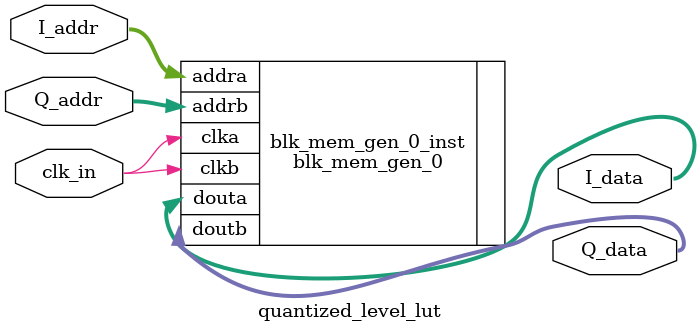
<source format=v>
`timescale 1ns / 1ps

`define USE_XILINX_IP

module quantized_level_lut
    #(parameter IQ_WIDTH = 4,
    parameter ANALOG_WIDTH = 16)(
    input clk_in,
    input [IQ_WIDTH-1:0] I_addr,
    output [ANALOG_WIDTH-1:0] I_data,
    input [IQ_WIDTH-1:0] Q_addr,
    output [ANALOG_WIDTH-1:0] Q_data
    );
    
    // quantized level
    // ex. 256QAM level=65536
    // -15:  0   -32768
    // -13:  1   -28399
    // -11:  2   -24030
    // -9:   3   -19661
    // -7:   4   -15292
    // -5:   5   -10923
    // -3:   6   -6554
    // -1:   7   -2185
    // +1:   8   +2184
    // +3:   9   +6553
    // +5:   A   +10922
    // +7:   B   +15291
    // +9:   C   +19660
    // +11:  D   +24029
    // +13:  E   +28398
    // +15:  F   +32767
    
    `ifdef USE_XILINX_IP
        // USE XILINX IP
        //----------- Begin Cut here for INSTANTIATION Template ---// INST_TAG
        blk_mem_gen_0 blk_mem_gen_0_inst (
          .clka (clk_in),   // input wire clka
          .addra(I_addr),   // input wire [3 : 0] addra
          .douta(I_data),   // output wire [15 : 0] douta
          .clkb (clk_in),   // input wire clkb
          .addrb(Q_addr),   // input wire [3 : 0] addrb
          .doutb(Q_data)    // output wire [15 : 0] doutb
        );
        // INST_TAG_END ------ End INSTANTIATION Template ---------
    `else
        // USE VERILOG CODE
        localparam IQ_INDEX_MAX = $pow(2,IQ_WIDTH)-1;
        localparam ANALOG_LEVEL_MIN = -$pow(2,ANALOG_WIDTH-1);
        localparam ANALOG_LEVEL = $pow(2,ANALOG_WIDTH);
        
        reg signed [15:0] I_data_r;
        reg signed [15:0] Q_data_r;
        assign I_data = I_data_r;
        assign Q_data = Q_data_r;
        
        always@(posedge clk_in)
        begin
            // FIX HERE WHEN CHANGE M-QAM LEVEL
            case(I_addr)
                4'h0:   I_data_r <= ANALOG_LEVEL_MIN + (ANALOG_LEVEL-1) / IQ_INDEX_MAX * 4'h0;
                4'h1:   I_data_r <= ANALOG_LEVEL_MIN + (ANALOG_LEVEL-1) / IQ_INDEX_MAX * 4'h1;
                4'h2:   I_data_r <= ANALOG_LEVEL_MIN + (ANALOG_LEVEL-1) / IQ_INDEX_MAX * 4'h2;
                4'h3:   I_data_r <= ANALOG_LEVEL_MIN + (ANALOG_LEVEL-1) / IQ_INDEX_MAX * 4'h3;
                4'h4:   I_data_r <= ANALOG_LEVEL_MIN + (ANALOG_LEVEL-1) / IQ_INDEX_MAX * 4'h4;
                4'h5:   I_data_r <= ANALOG_LEVEL_MIN + (ANALOG_LEVEL-1) / IQ_INDEX_MAX * 4'h5;
                4'h6:   I_data_r <= ANALOG_LEVEL_MIN + (ANALOG_LEVEL-1) / IQ_INDEX_MAX * 4'h6;
                4'h7:   I_data_r <= ANALOG_LEVEL_MIN + (ANALOG_LEVEL-1) / IQ_INDEX_MAX * 4'h7;
                4'h8:   I_data_r <= ANALOG_LEVEL_MIN + (ANALOG_LEVEL-1) / IQ_INDEX_MAX * 4'h8;
                4'h9:   I_data_r <= ANALOG_LEVEL_MIN + (ANALOG_LEVEL-1) / IQ_INDEX_MAX * 4'h9;
                4'hA:   I_data_r <= ANALOG_LEVEL_MIN + (ANALOG_LEVEL-1) / IQ_INDEX_MAX * 4'hA;
                4'hB:   I_data_r <= ANALOG_LEVEL_MIN + (ANALOG_LEVEL-1) / IQ_INDEX_MAX * 4'hB;
                4'hC:   I_data_r <= ANALOG_LEVEL_MIN + (ANALOG_LEVEL-1) / IQ_INDEX_MAX * 4'hC;
                4'hD:   I_data_r <= ANALOG_LEVEL_MIN + (ANALOG_LEVEL-1) / IQ_INDEX_MAX * 4'hD;
                4'hE:   I_data_r <= ANALOG_LEVEL_MIN + (ANALOG_LEVEL-1) / IQ_INDEX_MAX * 4'hE;
                4'hF:   I_data_r <= ANALOG_LEVEL_MIN + (ANALOG_LEVEL-1) / IQ_INDEX_MAX * 4'hF;
            endcase
            case(Q_addr)
                4'h0:   Q_data_r <= ANALOG_LEVEL_MIN + (ANALOG_LEVEL-1) / IQ_INDEX_MAX * 4'h0;
                4'h1:   Q_data_r <= ANALOG_LEVEL_MIN + (ANALOG_LEVEL-1) / IQ_INDEX_MAX * 4'h1;
                4'h2:   Q_data_r <= ANALOG_LEVEL_MIN + (ANALOG_LEVEL-1) / IQ_INDEX_MAX * 4'h2;
                4'h3:   Q_data_r <= ANALOG_LEVEL_MIN + (ANALOG_LEVEL-1) / IQ_INDEX_MAX * 4'h3;
                4'h4:   Q_data_r <= ANALOG_LEVEL_MIN + (ANALOG_LEVEL-1) / IQ_INDEX_MAX * 4'h4;
                4'h5:   Q_data_r <= ANALOG_LEVEL_MIN + (ANALOG_LEVEL-1) / IQ_INDEX_MAX * 4'h5;
                4'h6:   Q_data_r <= ANALOG_LEVEL_MIN + (ANALOG_LEVEL-1) / IQ_INDEX_MAX * 4'h6;
                4'h7:   Q_data_r <= ANALOG_LEVEL_MIN + (ANALOG_LEVEL-1) / IQ_INDEX_MAX * 4'h7;
                4'h8:   Q_data_r <= ANALOG_LEVEL_MIN + (ANALOG_LEVEL-1) / IQ_INDEX_MAX * 4'h8;
                4'h9:   Q_data_r <= ANALOG_LEVEL_MIN + (ANALOG_LEVEL-1) / IQ_INDEX_MAX * 4'h9;
                4'hA:   Q_data_r <= ANALOG_LEVEL_MIN + (ANALOG_LEVEL-1) / IQ_INDEX_MAX * 4'hA;
                4'hB:   Q_data_r <= ANALOG_LEVEL_MIN + (ANALOG_LEVEL-1) / IQ_INDEX_MAX * 4'hB;
                4'hC:   Q_data_r <= ANALOG_LEVEL_MIN + (ANALOG_LEVEL-1) / IQ_INDEX_MAX * 4'hC;
                4'hD:   Q_data_r <= ANALOG_LEVEL_MIN + (ANALOG_LEVEL-1) / IQ_INDEX_MAX * 4'hD;
                4'hE:   Q_data_r <= ANALOG_LEVEL_MIN + (ANALOG_LEVEL-1) / IQ_INDEX_MAX * 4'hE;
                4'hF:   Q_data_r <= ANALOG_LEVEL_MIN + (ANALOG_LEVEL-1) / IQ_INDEX_MAX * 4'hF;
            endcase
        end
    `endif
endmodule

</source>
